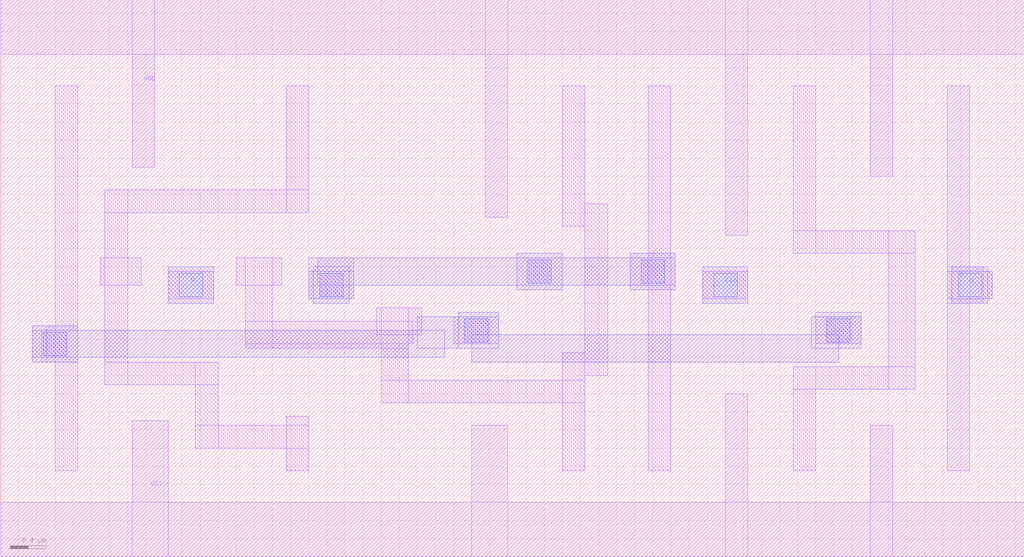
<source format=lef>
# Copyright 2022 Google LLC
# Licensed under the Apache License, Version 2.0 (the "License");
# you may not use this file except in compliance with the License.
# You may obtain a copy of the License at
#
#      http://www.apache.org/licenses/LICENSE-2.0
#
# Unless required by applicable law or agreed to in writing, software
# distributed under the License is distributed on an "AS IS" BASIS,
# WITHOUT WARRANTIES OR CONDITIONS OF ANY KIND, either express or implied.
# See the License for the specific language governing permissions and
# limitations under the License.
VERSION 5.7 ;
BUSBITCHARS "[]" ;
DIVIDERCHAR "/" ;

MACRO gf180mcu_osu_sc_gp9t3v3__dlatn_1
  CLASS CORE ;
  ORIGIN 0 0 ;
  FOREIGN gf180mcu_osu_sc_gp9t3v3__dlatn_1 0 0 ;
  SIZE 11.3 BY 6.15 ;
  SYMMETRY X Y ;
  SITE GF180_3p3_12t ;
  PIN VDD
    DIRECTION INOUT ;
    USE POWER ;
    SHAPE ABUTMENT ;
    PORT
      LAYER MET1 ;
        RECT 0 5.55 11.3 6.15 ;
        RECT 9.6 4.2 9.85 6.15 ;
        RECT 8 3.55 8.25 6.15 ;
        RECT 5.35 3.75 5.6 6.15 ;
        RECT 1.45 4.3 1.7 6.15 ;
    END
  END VDD
  PIN VSS
    DIRECTION INOUT ;
    USE GROUND ;
    PORT
      LAYER MET1 ;
        RECT 0 0 11.3 0.6 ;
        RECT 9.6 0 9.85 1.45 ;
        RECT 8 0 8.25 1.8 ;
        RECT 5.2 0 5.6 1.45 ;
        RECT 1.45 0 1.85 1.5 ;
    END
  END VSS
  PIN CLK
    DIRECTION INPUT ;
    USE CLOCK ;
    PORT
      LAYER MET1 ;
        RECT 7.75 2.85 8.25 3.15 ;
      LAYER MET2 ;
        RECT 7.75 2.8 8.25 3.2 ;
      LAYER VIA12 ;
        RECT 7.87 2.87 8.13 3.13 ;
    END
  END CLK
  PIN D
    DIRECTION INPUT ;
    USE SIGNAL ;
    PORT
      LAYER MET1 ;
        RECT 1.85 2.85 2.35 3.15 ;
      LAYER MET2 ;
        RECT 1.85 2.8 2.35 3.2 ;
      LAYER VIA12 ;
        RECT 1.97 2.87 2.23 3.13 ;
    END
  END D
  PIN Q
    DIRECTION OUTPUT ;
    USE SIGNAL ;
    PORT
      LAYER MET1 ;
        RECT 10.45 2.85 10.95 3.15 ;
        RECT 10.45 2.8 10.85 3.2 ;
        RECT 10.45 0.95 10.7 5.2 ;
      LAYER MET2 ;
        RECT 10.45 2.85 10.95 3.15 ;
        RECT 10.5 2.8 10.9 3.2 ;
      LAYER VIA12 ;
        RECT 10.57 2.87 10.83 3.13 ;
    END
  END Q
  OBS
    LAYER MET2 ;
      RECT 9 2.3 9.5 2.7 ;
      RECT 5.05 2.3 5.5 2.7 ;
      RECT 8.95 2.3 9.5 2.65 ;
      RECT 4.6 2.3 5.5 2.65 ;
      RECT 0.35 2.15 0.85 2.55 ;
      RECT 0.35 2.2 4.9 2.5 ;
      RECT 5.2 2.15 9.25 2.45 ;
      RECT 6.95 2.95 7.45 3.35 ;
      RECT 5.7 2.95 6.2 3.35 ;
      RECT 3.5 3 7.45 3.3 ;
      RECT 3.45 2.8 3.85 3.2 ;
      RECT 3.4 2.85 3.9 3.15 ;
    LAYER VIA12 ;
      RECT 9.12 2.37 9.38 2.63 ;
      RECT 7.07 3.02 7.33 3.28 ;
      RECT 5.82 3.02 6.08 3.28 ;
      RECT 5.12 2.37 5.38 2.63 ;
      RECT 3.52 2.87 3.78 3.13 ;
      RECT 0.47 2.22 0.73 2.48 ;
    LAYER MET1 ;
      RECT 8.75 3.35 9 5.2 ;
      RECT 8.75 3.35 10.1 3.6 ;
      RECT 9.8 1.85 10.1 3.6 ;
      RECT 8.75 1.85 10.1 2.1 ;
      RECT 8.75 0.95 9 2.1 ;
      RECT 7.15 0.95 7.4 5.2 ;
      RECT 6.95 3 7.45 3.3 ;
      RECT 6.2 3.65 6.45 5.2 ;
      RECT 6.45 2 6.7 3.9 ;
      RECT 2.6 3 3.1 3.3 ;
      RECT 2.7 2.3 3 3.3 ;
      RECT 4.15 2.45 4.65 2.75 ;
      RECT 2.7 2.3 4.5 2.6 ;
      RECT 2.7 2.35 4.55 2.6 ;
      RECT 4.2 1.7 4.5 2.75 ;
      RECT 6.2 0.95 6.45 2.25 ;
      RECT 4.2 1.7 6.45 1.95 ;
      RECT 3.15 3.8 3.4 5.2 ;
      RECT 1.15 3.8 3.4 4.05 ;
      RECT 1.15 1.9 1.4 4.05 ;
      RECT 1.1 3 1.55 3.3 ;
      RECT 1.15 1.9 2.4 2.15 ;
      RECT 2.15 1.2 2.4 2.15 ;
      RECT 3.15 0.95 3.4 1.55 ;
      RECT 2.15 1.2 3.4 1.45 ;
      RECT 0.6 0.95 0.85 5.2 ;
      RECT 0.5 2.15 0.85 2.55 ;
      RECT 0.35 2.2 0.85 2.5 ;
      RECT 0.45 2.15 0.85 2.5 ;
      RECT 9 2.35 9.5 2.65 ;
      RECT 5.7 3 6.2 3.3 ;
      RECT 5 2.35 5.5 2.65 ;
      RECT 3.4 2.85 3.9 3.3 ;
  END
END gf180mcu_osu_sc_gp9t3v3__dlatn_1

</source>
